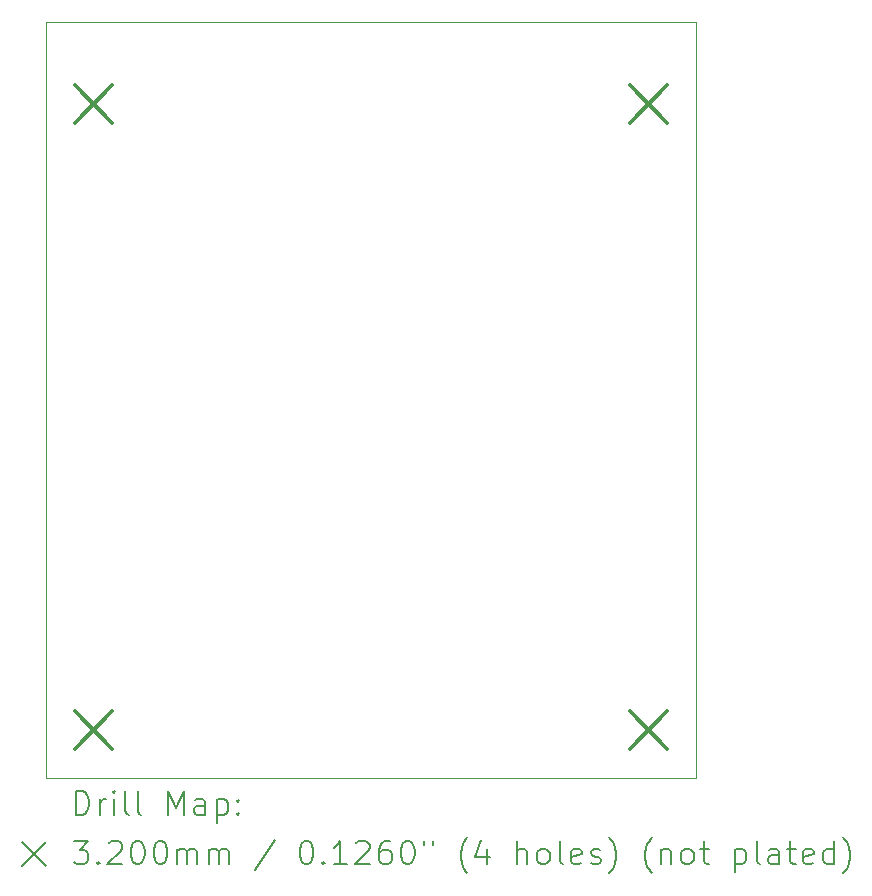
<source format=gbr>
%FSLAX45Y45*%
G04 Gerber Fmt 4.5, Leading zero omitted, Abs format (unit mm)*
G04 Created by KiCad (PCBNEW 6.0.4-6f826c9f35~116~ubuntu20.04.1) date 2022-03-30 05:15:38*
%MOMM*%
%LPD*%
G01*
G04 APERTURE LIST*
%TA.AperFunction,Profile*%
%ADD10C,0.100000*%
%TD*%
%ADD11C,0.200000*%
%ADD12C,0.320000*%
G04 APERTURE END LIST*
D10*
X10000000Y-6100000D02*
X15500000Y-6100000D01*
X15500000Y-6100000D02*
X15500000Y-12500000D01*
X15500000Y-12500000D02*
X10000000Y-12500000D01*
X10000000Y-12500000D02*
X10000000Y-6100000D01*
D11*
D12*
X10240000Y-6640000D02*
X10560000Y-6960000D01*
X10560000Y-6640000D02*
X10240000Y-6960000D01*
X10240000Y-11940000D02*
X10560000Y-12260000D01*
X10560000Y-11940000D02*
X10240000Y-12260000D01*
X14940000Y-6640000D02*
X15260000Y-6960000D01*
X15260000Y-6640000D02*
X14940000Y-6960000D01*
X14940000Y-11940000D02*
X15260000Y-12260000D01*
X15260000Y-11940000D02*
X14940000Y-12260000D01*
D11*
X10252619Y-12815476D02*
X10252619Y-12615476D01*
X10300238Y-12615476D01*
X10328810Y-12625000D01*
X10347857Y-12644048D01*
X10357381Y-12663095D01*
X10366905Y-12701190D01*
X10366905Y-12729762D01*
X10357381Y-12767857D01*
X10347857Y-12786905D01*
X10328810Y-12805952D01*
X10300238Y-12815476D01*
X10252619Y-12815476D01*
X10452619Y-12815476D02*
X10452619Y-12682143D01*
X10452619Y-12720238D02*
X10462143Y-12701190D01*
X10471667Y-12691667D01*
X10490714Y-12682143D01*
X10509762Y-12682143D01*
X10576429Y-12815476D02*
X10576429Y-12682143D01*
X10576429Y-12615476D02*
X10566905Y-12625000D01*
X10576429Y-12634524D01*
X10585952Y-12625000D01*
X10576429Y-12615476D01*
X10576429Y-12634524D01*
X10700238Y-12815476D02*
X10681190Y-12805952D01*
X10671667Y-12786905D01*
X10671667Y-12615476D01*
X10805000Y-12815476D02*
X10785952Y-12805952D01*
X10776429Y-12786905D01*
X10776429Y-12615476D01*
X11033571Y-12815476D02*
X11033571Y-12615476D01*
X11100238Y-12758333D01*
X11166905Y-12615476D01*
X11166905Y-12815476D01*
X11347857Y-12815476D02*
X11347857Y-12710714D01*
X11338333Y-12691667D01*
X11319286Y-12682143D01*
X11281190Y-12682143D01*
X11262143Y-12691667D01*
X11347857Y-12805952D02*
X11328809Y-12815476D01*
X11281190Y-12815476D01*
X11262143Y-12805952D01*
X11252619Y-12786905D01*
X11252619Y-12767857D01*
X11262143Y-12748809D01*
X11281190Y-12739286D01*
X11328809Y-12739286D01*
X11347857Y-12729762D01*
X11443095Y-12682143D02*
X11443095Y-12882143D01*
X11443095Y-12691667D02*
X11462143Y-12682143D01*
X11500238Y-12682143D01*
X11519286Y-12691667D01*
X11528809Y-12701190D01*
X11538333Y-12720238D01*
X11538333Y-12777381D01*
X11528809Y-12796428D01*
X11519286Y-12805952D01*
X11500238Y-12815476D01*
X11462143Y-12815476D01*
X11443095Y-12805952D01*
X11624048Y-12796428D02*
X11633571Y-12805952D01*
X11624048Y-12815476D01*
X11614524Y-12805952D01*
X11624048Y-12796428D01*
X11624048Y-12815476D01*
X11624048Y-12691667D02*
X11633571Y-12701190D01*
X11624048Y-12710714D01*
X11614524Y-12701190D01*
X11624048Y-12691667D01*
X11624048Y-12710714D01*
X9795000Y-13045000D02*
X9995000Y-13245000D01*
X9995000Y-13045000D02*
X9795000Y-13245000D01*
X10233571Y-13035476D02*
X10357381Y-13035476D01*
X10290714Y-13111667D01*
X10319286Y-13111667D01*
X10338333Y-13121190D01*
X10347857Y-13130714D01*
X10357381Y-13149762D01*
X10357381Y-13197381D01*
X10347857Y-13216428D01*
X10338333Y-13225952D01*
X10319286Y-13235476D01*
X10262143Y-13235476D01*
X10243095Y-13225952D01*
X10233571Y-13216428D01*
X10443095Y-13216428D02*
X10452619Y-13225952D01*
X10443095Y-13235476D01*
X10433571Y-13225952D01*
X10443095Y-13216428D01*
X10443095Y-13235476D01*
X10528810Y-13054524D02*
X10538333Y-13045000D01*
X10557381Y-13035476D01*
X10605000Y-13035476D01*
X10624048Y-13045000D01*
X10633571Y-13054524D01*
X10643095Y-13073571D01*
X10643095Y-13092619D01*
X10633571Y-13121190D01*
X10519286Y-13235476D01*
X10643095Y-13235476D01*
X10766905Y-13035476D02*
X10785952Y-13035476D01*
X10805000Y-13045000D01*
X10814524Y-13054524D01*
X10824048Y-13073571D01*
X10833571Y-13111667D01*
X10833571Y-13159286D01*
X10824048Y-13197381D01*
X10814524Y-13216428D01*
X10805000Y-13225952D01*
X10785952Y-13235476D01*
X10766905Y-13235476D01*
X10747857Y-13225952D01*
X10738333Y-13216428D01*
X10728810Y-13197381D01*
X10719286Y-13159286D01*
X10719286Y-13111667D01*
X10728810Y-13073571D01*
X10738333Y-13054524D01*
X10747857Y-13045000D01*
X10766905Y-13035476D01*
X10957381Y-13035476D02*
X10976429Y-13035476D01*
X10995476Y-13045000D01*
X11005000Y-13054524D01*
X11014524Y-13073571D01*
X11024048Y-13111667D01*
X11024048Y-13159286D01*
X11014524Y-13197381D01*
X11005000Y-13216428D01*
X10995476Y-13225952D01*
X10976429Y-13235476D01*
X10957381Y-13235476D01*
X10938333Y-13225952D01*
X10928810Y-13216428D01*
X10919286Y-13197381D01*
X10909762Y-13159286D01*
X10909762Y-13111667D01*
X10919286Y-13073571D01*
X10928810Y-13054524D01*
X10938333Y-13045000D01*
X10957381Y-13035476D01*
X11109762Y-13235476D02*
X11109762Y-13102143D01*
X11109762Y-13121190D02*
X11119286Y-13111667D01*
X11138333Y-13102143D01*
X11166905Y-13102143D01*
X11185952Y-13111667D01*
X11195476Y-13130714D01*
X11195476Y-13235476D01*
X11195476Y-13130714D02*
X11205000Y-13111667D01*
X11224048Y-13102143D01*
X11252619Y-13102143D01*
X11271667Y-13111667D01*
X11281190Y-13130714D01*
X11281190Y-13235476D01*
X11376428Y-13235476D02*
X11376428Y-13102143D01*
X11376428Y-13121190D02*
X11385952Y-13111667D01*
X11405000Y-13102143D01*
X11433571Y-13102143D01*
X11452619Y-13111667D01*
X11462143Y-13130714D01*
X11462143Y-13235476D01*
X11462143Y-13130714D02*
X11471667Y-13111667D01*
X11490714Y-13102143D01*
X11519286Y-13102143D01*
X11538333Y-13111667D01*
X11547857Y-13130714D01*
X11547857Y-13235476D01*
X11938333Y-13025952D02*
X11766905Y-13283095D01*
X12195476Y-13035476D02*
X12214524Y-13035476D01*
X12233571Y-13045000D01*
X12243095Y-13054524D01*
X12252619Y-13073571D01*
X12262143Y-13111667D01*
X12262143Y-13159286D01*
X12252619Y-13197381D01*
X12243095Y-13216428D01*
X12233571Y-13225952D01*
X12214524Y-13235476D01*
X12195476Y-13235476D01*
X12176428Y-13225952D01*
X12166905Y-13216428D01*
X12157381Y-13197381D01*
X12147857Y-13159286D01*
X12147857Y-13111667D01*
X12157381Y-13073571D01*
X12166905Y-13054524D01*
X12176428Y-13045000D01*
X12195476Y-13035476D01*
X12347857Y-13216428D02*
X12357381Y-13225952D01*
X12347857Y-13235476D01*
X12338333Y-13225952D01*
X12347857Y-13216428D01*
X12347857Y-13235476D01*
X12547857Y-13235476D02*
X12433571Y-13235476D01*
X12490714Y-13235476D02*
X12490714Y-13035476D01*
X12471667Y-13064048D01*
X12452619Y-13083095D01*
X12433571Y-13092619D01*
X12624048Y-13054524D02*
X12633571Y-13045000D01*
X12652619Y-13035476D01*
X12700238Y-13035476D01*
X12719286Y-13045000D01*
X12728809Y-13054524D01*
X12738333Y-13073571D01*
X12738333Y-13092619D01*
X12728809Y-13121190D01*
X12614524Y-13235476D01*
X12738333Y-13235476D01*
X12909762Y-13035476D02*
X12871667Y-13035476D01*
X12852619Y-13045000D01*
X12843095Y-13054524D01*
X12824048Y-13083095D01*
X12814524Y-13121190D01*
X12814524Y-13197381D01*
X12824048Y-13216428D01*
X12833571Y-13225952D01*
X12852619Y-13235476D01*
X12890714Y-13235476D01*
X12909762Y-13225952D01*
X12919286Y-13216428D01*
X12928809Y-13197381D01*
X12928809Y-13149762D01*
X12919286Y-13130714D01*
X12909762Y-13121190D01*
X12890714Y-13111667D01*
X12852619Y-13111667D01*
X12833571Y-13121190D01*
X12824048Y-13130714D01*
X12814524Y-13149762D01*
X13052619Y-13035476D02*
X13071667Y-13035476D01*
X13090714Y-13045000D01*
X13100238Y-13054524D01*
X13109762Y-13073571D01*
X13119286Y-13111667D01*
X13119286Y-13159286D01*
X13109762Y-13197381D01*
X13100238Y-13216428D01*
X13090714Y-13225952D01*
X13071667Y-13235476D01*
X13052619Y-13235476D01*
X13033571Y-13225952D01*
X13024048Y-13216428D01*
X13014524Y-13197381D01*
X13005000Y-13159286D01*
X13005000Y-13111667D01*
X13014524Y-13073571D01*
X13024048Y-13054524D01*
X13033571Y-13045000D01*
X13052619Y-13035476D01*
X13195476Y-13035476D02*
X13195476Y-13073571D01*
X13271667Y-13035476D02*
X13271667Y-13073571D01*
X13566905Y-13311667D02*
X13557381Y-13302143D01*
X13538333Y-13273571D01*
X13528809Y-13254524D01*
X13519286Y-13225952D01*
X13509762Y-13178333D01*
X13509762Y-13140238D01*
X13519286Y-13092619D01*
X13528809Y-13064048D01*
X13538333Y-13045000D01*
X13557381Y-13016428D01*
X13566905Y-13006905D01*
X13728809Y-13102143D02*
X13728809Y-13235476D01*
X13681190Y-13025952D02*
X13633571Y-13168809D01*
X13757381Y-13168809D01*
X13985952Y-13235476D02*
X13985952Y-13035476D01*
X14071667Y-13235476D02*
X14071667Y-13130714D01*
X14062143Y-13111667D01*
X14043095Y-13102143D01*
X14014524Y-13102143D01*
X13995476Y-13111667D01*
X13985952Y-13121190D01*
X14195476Y-13235476D02*
X14176428Y-13225952D01*
X14166905Y-13216428D01*
X14157381Y-13197381D01*
X14157381Y-13140238D01*
X14166905Y-13121190D01*
X14176428Y-13111667D01*
X14195476Y-13102143D01*
X14224048Y-13102143D01*
X14243095Y-13111667D01*
X14252619Y-13121190D01*
X14262143Y-13140238D01*
X14262143Y-13197381D01*
X14252619Y-13216428D01*
X14243095Y-13225952D01*
X14224048Y-13235476D01*
X14195476Y-13235476D01*
X14376428Y-13235476D02*
X14357381Y-13225952D01*
X14347857Y-13206905D01*
X14347857Y-13035476D01*
X14528809Y-13225952D02*
X14509762Y-13235476D01*
X14471667Y-13235476D01*
X14452619Y-13225952D01*
X14443095Y-13206905D01*
X14443095Y-13130714D01*
X14452619Y-13111667D01*
X14471667Y-13102143D01*
X14509762Y-13102143D01*
X14528809Y-13111667D01*
X14538333Y-13130714D01*
X14538333Y-13149762D01*
X14443095Y-13168809D01*
X14614524Y-13225952D02*
X14633571Y-13235476D01*
X14671667Y-13235476D01*
X14690714Y-13225952D01*
X14700238Y-13206905D01*
X14700238Y-13197381D01*
X14690714Y-13178333D01*
X14671667Y-13168809D01*
X14643095Y-13168809D01*
X14624048Y-13159286D01*
X14614524Y-13140238D01*
X14614524Y-13130714D01*
X14624048Y-13111667D01*
X14643095Y-13102143D01*
X14671667Y-13102143D01*
X14690714Y-13111667D01*
X14766905Y-13311667D02*
X14776428Y-13302143D01*
X14795476Y-13273571D01*
X14805000Y-13254524D01*
X14814524Y-13225952D01*
X14824048Y-13178333D01*
X14824048Y-13140238D01*
X14814524Y-13092619D01*
X14805000Y-13064048D01*
X14795476Y-13045000D01*
X14776428Y-13016428D01*
X14766905Y-13006905D01*
X15128809Y-13311667D02*
X15119286Y-13302143D01*
X15100238Y-13273571D01*
X15090714Y-13254524D01*
X15081190Y-13225952D01*
X15071667Y-13178333D01*
X15071667Y-13140238D01*
X15081190Y-13092619D01*
X15090714Y-13064048D01*
X15100238Y-13045000D01*
X15119286Y-13016428D01*
X15128809Y-13006905D01*
X15205000Y-13102143D02*
X15205000Y-13235476D01*
X15205000Y-13121190D02*
X15214524Y-13111667D01*
X15233571Y-13102143D01*
X15262143Y-13102143D01*
X15281190Y-13111667D01*
X15290714Y-13130714D01*
X15290714Y-13235476D01*
X15414524Y-13235476D02*
X15395476Y-13225952D01*
X15385952Y-13216428D01*
X15376428Y-13197381D01*
X15376428Y-13140238D01*
X15385952Y-13121190D01*
X15395476Y-13111667D01*
X15414524Y-13102143D01*
X15443095Y-13102143D01*
X15462143Y-13111667D01*
X15471667Y-13121190D01*
X15481190Y-13140238D01*
X15481190Y-13197381D01*
X15471667Y-13216428D01*
X15462143Y-13225952D01*
X15443095Y-13235476D01*
X15414524Y-13235476D01*
X15538333Y-13102143D02*
X15614524Y-13102143D01*
X15566905Y-13035476D02*
X15566905Y-13206905D01*
X15576428Y-13225952D01*
X15595476Y-13235476D01*
X15614524Y-13235476D01*
X15833571Y-13102143D02*
X15833571Y-13302143D01*
X15833571Y-13111667D02*
X15852619Y-13102143D01*
X15890714Y-13102143D01*
X15909762Y-13111667D01*
X15919286Y-13121190D01*
X15928809Y-13140238D01*
X15928809Y-13197381D01*
X15919286Y-13216428D01*
X15909762Y-13225952D01*
X15890714Y-13235476D01*
X15852619Y-13235476D01*
X15833571Y-13225952D01*
X16043095Y-13235476D02*
X16024048Y-13225952D01*
X16014524Y-13206905D01*
X16014524Y-13035476D01*
X16205000Y-13235476D02*
X16205000Y-13130714D01*
X16195476Y-13111667D01*
X16176428Y-13102143D01*
X16138333Y-13102143D01*
X16119286Y-13111667D01*
X16205000Y-13225952D02*
X16185952Y-13235476D01*
X16138333Y-13235476D01*
X16119286Y-13225952D01*
X16109762Y-13206905D01*
X16109762Y-13187857D01*
X16119286Y-13168809D01*
X16138333Y-13159286D01*
X16185952Y-13159286D01*
X16205000Y-13149762D01*
X16271667Y-13102143D02*
X16347857Y-13102143D01*
X16300238Y-13035476D02*
X16300238Y-13206905D01*
X16309762Y-13225952D01*
X16328809Y-13235476D01*
X16347857Y-13235476D01*
X16490714Y-13225952D02*
X16471667Y-13235476D01*
X16433571Y-13235476D01*
X16414524Y-13225952D01*
X16405000Y-13206905D01*
X16405000Y-13130714D01*
X16414524Y-13111667D01*
X16433571Y-13102143D01*
X16471667Y-13102143D01*
X16490714Y-13111667D01*
X16500238Y-13130714D01*
X16500238Y-13149762D01*
X16405000Y-13168809D01*
X16671667Y-13235476D02*
X16671667Y-13035476D01*
X16671667Y-13225952D02*
X16652619Y-13235476D01*
X16614524Y-13235476D01*
X16595476Y-13225952D01*
X16585952Y-13216428D01*
X16576428Y-13197381D01*
X16576428Y-13140238D01*
X16585952Y-13121190D01*
X16595476Y-13111667D01*
X16614524Y-13102143D01*
X16652619Y-13102143D01*
X16671667Y-13111667D01*
X16747857Y-13311667D02*
X16757381Y-13302143D01*
X16776428Y-13273571D01*
X16785952Y-13254524D01*
X16795476Y-13225952D01*
X16805000Y-13178333D01*
X16805000Y-13140238D01*
X16795476Y-13092619D01*
X16785952Y-13064048D01*
X16776428Y-13045000D01*
X16757381Y-13016428D01*
X16747857Y-13006905D01*
M02*

</source>
